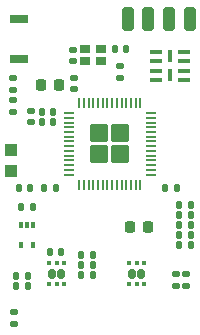
<source format=gbr>
%TF.GenerationSoftware,KiCad,Pcbnew,9.0.0*%
%TF.CreationDate,2025-04-27T20:43:47-05:00*%
%TF.ProjectId,ESP32_S3_CAM_wifi,45535033-325f-4533-935f-43414d5f7769,rev?*%
%TF.SameCoordinates,Original*%
%TF.FileFunction,Paste,Top*%
%TF.FilePolarity,Positive*%
%FSLAX46Y46*%
G04 Gerber Fmt 4.6, Leading zero omitted, Abs format (unit mm)*
G04 Created by KiCad (PCBNEW 9.0.0) date 2025-04-27 20:43:47*
%MOMM*%
%LPD*%
G01*
G04 APERTURE LIST*
G04 Aperture macros list*
%AMRoundRect*
0 Rectangle with rounded corners*
0 $1 Rounding radius*
0 $2 $3 $4 $5 $6 $7 $8 $9 X,Y pos of 4 corners*
0 Add a 4 corners polygon primitive as box body*
4,1,4,$2,$3,$4,$5,$6,$7,$8,$9,$2,$3,0*
0 Add four circle primitives for the rounded corners*
1,1,$1+$1,$2,$3*
1,1,$1+$1,$4,$5*
1,1,$1+$1,$6,$7*
1,1,$1+$1,$8,$9*
0 Add four rect primitives between the rounded corners*
20,1,$1+$1,$2,$3,$4,$5,0*
20,1,$1+$1,$4,$5,$6,$7,0*
20,1,$1+$1,$6,$7,$8,$9,0*
20,1,$1+$1,$8,$9,$2,$3,0*%
G04 Aperture macros list end*
%ADD10RoundRect,0.140000X-0.140000X-0.170000X0.140000X-0.170000X0.140000X0.170000X-0.140000X0.170000X0*%
%ADD11RoundRect,0.250000X-0.250000X-0.750000X0.250000X-0.750000X0.250000X0.750000X-0.250000X0.750000X0*%
%ADD12RoundRect,0.140000X0.140000X0.170000X-0.140000X0.170000X-0.140000X-0.170000X0.140000X-0.170000X0*%
%ADD13RoundRect,0.147500X-0.147500X-0.172500X0.147500X-0.172500X0.147500X0.172500X-0.147500X0.172500X0*%
%ADD14RoundRect,0.160000X-0.160000X0.245000X-0.160000X-0.245000X0.160000X-0.245000X0.160000X0.245000X0*%
%ADD15RoundRect,0.093750X-0.106250X0.093750X-0.106250X-0.093750X0.106250X-0.093750X0.106250X0.093750X0*%
%ADD16RoundRect,0.140000X0.170000X-0.140000X0.170000X0.140000X-0.170000X0.140000X-0.170000X-0.140000X0*%
%ADD17R,0.304800X0.533400*%
%ADD18R,0.300000X1.000000*%
%ADD19R,1.000000X0.400000*%
%ADD20RoundRect,0.140000X-0.170000X0.140000X-0.170000X-0.140000X0.170000X-0.140000X0.170000X0.140000X0*%
%ADD21RoundRect,0.147500X0.147500X0.172500X-0.147500X0.172500X-0.147500X-0.172500X0.147500X-0.172500X0*%
%ADD22RoundRect,0.220000X0.220000X0.255000X-0.220000X0.255000X-0.220000X-0.255000X0.220000X-0.255000X0*%
%ADD23R,1.600000X0.800000*%
%ADD24R,1.000000X1.000000*%
%ADD25RoundRect,0.147500X-0.172500X0.147500X-0.172500X-0.147500X0.172500X-0.147500X0.172500X0.147500X0*%
%ADD26RoundRect,0.250130X-0.524870X-0.524870X0.524870X-0.524870X0.524870X0.524870X-0.524870X0.524870X0*%
%ADD27RoundRect,0.050000X-0.350000X-0.050000X0.350000X-0.050000X0.350000X0.050000X-0.350000X0.050000X0*%
%ADD28RoundRect,0.050000X-0.050000X-0.350000X0.050000X-0.350000X0.050000X0.350000X-0.050000X0.350000X0*%
%ADD29R,0.850000X0.750000*%
%ADD30RoundRect,0.225000X0.225000X0.250000X-0.225000X0.250000X-0.225000X-0.250000X0.225000X-0.250000X0*%
G04 APERTURE END LIST*
D10*
%TO.C,C5*%
X165500000Y-86325000D03*
X166500000Y-86325000D03*
%TD*%
D11*
%TO.C,J7*%
X164076667Y-72080000D03*
%TD*%
D12*
%TO.C,C13*%
X153870000Y-94620000D03*
X152870000Y-94620000D03*
%TD*%
D10*
%TO.C,C16*%
X158370000Y-93746879D03*
X159370000Y-93746879D03*
%TD*%
D13*
%TO.C,D1*%
X155725000Y-91750000D03*
X156695000Y-91750000D03*
%TD*%
D14*
%TO.C,U3*%
X156705000Y-93600000D03*
X155905000Y-93600000D03*
D15*
X156955000Y-92712500D03*
X156305000Y-92712500D03*
X155655000Y-92712500D03*
X155655000Y-94487500D03*
X156305000Y-94487500D03*
X156955000Y-94487500D03*
%TD*%
D16*
%TO.C,C8*%
X161625000Y-77050000D03*
X161625000Y-76050000D03*
%TD*%
D14*
%TO.C,U4*%
X163480000Y-93600000D03*
X162680000Y-93600000D03*
D15*
X163730000Y-92712500D03*
X163080000Y-92712500D03*
X162430000Y-92712500D03*
X162430000Y-94487500D03*
X163080000Y-94487500D03*
X163730000Y-94487500D03*
%TD*%
D10*
%TO.C,C3*%
X166700000Y-89510000D03*
X167700000Y-89510000D03*
%TD*%
D17*
%TO.C,U5*%
X154259999Y-89476400D03*
X153760000Y-89476400D03*
X153260001Y-89476400D03*
X153260001Y-91203600D03*
X154259999Y-91203600D03*
%TD*%
D18*
%TO.C,U2*%
X165900000Y-75225000D03*
X165900000Y-76825000D03*
D19*
X164700000Y-74825000D03*
X164700000Y-75625000D03*
X164700000Y-76425000D03*
X164700000Y-77225000D03*
X167100000Y-77225000D03*
X167100000Y-76425000D03*
X167100000Y-75625000D03*
X167100000Y-74825000D03*
%TD*%
D20*
%TO.C,L1*%
X152620000Y-77040000D03*
X152620000Y-78040000D03*
%TD*%
D10*
%TO.C,FB2*%
X158370000Y-92896879D03*
X159370000Y-92896879D03*
%TD*%
D20*
%TO.C,R3*%
X166423333Y-93660000D03*
X166423333Y-94660000D03*
%TD*%
D16*
%TO.C,C14*%
X157770000Y-78010000D03*
X157770000Y-77010000D03*
%TD*%
D12*
%TO.C,R9*%
X156230000Y-86400000D03*
X155230000Y-86400000D03*
%TD*%
D10*
%TO.C,C22*%
X153260000Y-87960000D03*
X154260000Y-87960000D03*
%TD*%
%TO.C,C4*%
X166700000Y-88660000D03*
X167700000Y-88660000D03*
%TD*%
D21*
%TO.C,D3*%
X154045000Y-86400000D03*
X153075000Y-86400000D03*
%TD*%
D22*
%TO.C,FB1*%
X156540000Y-77680000D03*
X154960000Y-77680000D03*
%TD*%
D10*
%TO.C,R2*%
X166700000Y-87810000D03*
X167700000Y-87810000D03*
%TD*%
D20*
%TO.C,C1*%
X152620000Y-78900000D03*
X152620000Y-79900000D03*
%TD*%
D12*
%TO.C,C12*%
X153870000Y-93770000D03*
X152870000Y-93770000D03*
%TD*%
D23*
%TO.C,AE1*%
X153150000Y-75410000D03*
X153150000Y-72010000D03*
%TD*%
D10*
%TO.C,C10*%
X166700000Y-91210000D03*
X167700000Y-91210000D03*
%TD*%
D11*
%TO.C,J6*%
X162330000Y-72080000D03*
%TD*%
D24*
%TO.C,J8*%
X152410000Y-84880000D03*
%TD*%
D12*
%TO.C,C19*%
X159370000Y-92050000D03*
X158370000Y-92050000D03*
%TD*%
D25*
%TO.C,D2*%
X152660000Y-96865000D03*
X152660000Y-97835000D03*
%TD*%
D10*
%TO.C,R7*%
X155020000Y-80800000D03*
X156020000Y-80800000D03*
%TD*%
D24*
%TO.C,J9*%
X152410000Y-83140000D03*
%TD*%
D11*
%TO.C,J4*%
X165823333Y-72080000D03*
%TD*%
%TO.C,J5*%
X167570000Y-72080000D03*
%TD*%
D26*
%TO.C,U1*%
X159920000Y-81740000D03*
X159920000Y-83500000D03*
X161680000Y-81740000D03*
X161680000Y-83500000D03*
D27*
X157350000Y-80020000D03*
X157350000Y-80420000D03*
X157350000Y-80820000D03*
X157350000Y-81220000D03*
X157350000Y-81620000D03*
X157350000Y-82020000D03*
X157350000Y-82420000D03*
X157350000Y-82820000D03*
X157350000Y-83220000D03*
X157350000Y-83620000D03*
X157350000Y-84020000D03*
X157350000Y-84420000D03*
X157350000Y-84820000D03*
X157350000Y-85220000D03*
D28*
X158200000Y-86070000D03*
X158600000Y-86070000D03*
X159000000Y-86070000D03*
X159400000Y-86070000D03*
X159800000Y-86070000D03*
X160200000Y-86070000D03*
X160600000Y-86070000D03*
X161000000Y-86070000D03*
X161400000Y-86070000D03*
X161800000Y-86070000D03*
X162200000Y-86070000D03*
X162600000Y-86070000D03*
X163000000Y-86070000D03*
X163400000Y-86070000D03*
D27*
X164250000Y-85220000D03*
X164250000Y-84820000D03*
X164250000Y-84420000D03*
X164250000Y-84020000D03*
X164250000Y-83620000D03*
X164250000Y-83220000D03*
X164250000Y-82820000D03*
X164250000Y-82420000D03*
X164250000Y-82020000D03*
X164250000Y-81620000D03*
X164250000Y-81220000D03*
X164250000Y-80820000D03*
X164250000Y-80420000D03*
X164250000Y-80020000D03*
D28*
X163400000Y-79170000D03*
X163000000Y-79170000D03*
X162600000Y-79170000D03*
X162200000Y-79170000D03*
X161800000Y-79170000D03*
X161400000Y-79170000D03*
X161000000Y-79170000D03*
X160600000Y-79170000D03*
X160200000Y-79170000D03*
X159800000Y-79170000D03*
X159400000Y-79170000D03*
X159000000Y-79170000D03*
X158600000Y-79170000D03*
X158200000Y-79170000D03*
%TD*%
D12*
%TO.C,C7*%
X162200000Y-74600000D03*
X161200000Y-74600000D03*
%TD*%
D20*
%TO.C,C6*%
X157650000Y-74650000D03*
X157650000Y-75650000D03*
%TD*%
D10*
%TO.C,R1*%
X166700000Y-90360000D03*
X167700000Y-90360000D03*
%TD*%
D20*
%TO.C,R4*%
X167270000Y-93660000D03*
X167270000Y-94660000D03*
%TD*%
D16*
%TO.C,C23*%
X154170000Y-80800000D03*
X154170000Y-79800000D03*
%TD*%
D29*
%TO.C,Y1*%
X158725000Y-75650000D03*
X160075000Y-75650000D03*
X160075000Y-74600000D03*
X158725000Y-74600000D03*
%TD*%
D30*
%TO.C,C17*%
X164070000Y-89650000D03*
X162510000Y-89650000D03*
%TD*%
D12*
%TO.C,C11*%
X156020000Y-79950000D03*
X155020000Y-79950000D03*
%TD*%
M02*

</source>
